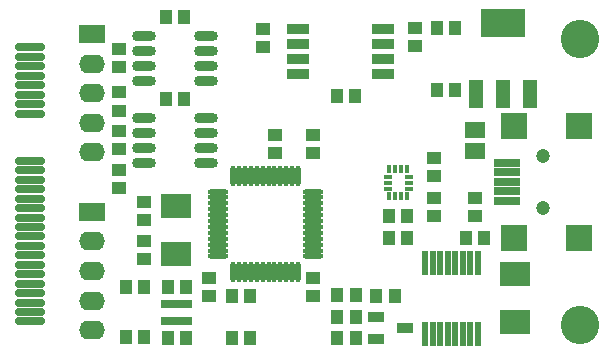
<source format=gbs>
G04*
G04 #@! TF.GenerationSoftware,Altium Limited,Altium Designer,19.0.4 (130)*
G04*
G04 Layer_Color=16711935*
%FSLAX25Y25*%
%MOIN*%
G70*
G01*
G75*
G04:AMPARAMS|DCode=24|XSize=23.62mil|YSize=100.39mil|CornerRadius=0mil|HoleSize=0mil|Usage=FLASHONLY|Rotation=270.000|XOffset=0mil|YOffset=0mil|HoleType=Round|Shape=Octagon|*
%AMOCTAGOND24*
4,1,8,0.05020,0.00591,0.05020,-0.00591,0.04429,-0.01181,-0.04429,-0.01181,-0.05020,-0.00591,-0.05020,0.00591,-0.04429,0.01181,0.04429,0.01181,0.05020,0.00591,0.0*
%
%ADD24OCTAGOND24*%

%ADD27R,0.04658X0.04461*%
%ADD29R,0.04461X0.04658*%
%ADD35R,0.08674X0.06312*%
%ADD36O,0.08674X0.06312*%
%ADD37C,0.04737*%
%ADD38C,0.12800*%
%ADD73R,0.02400X0.07900*%
%ADD74R,0.05721X0.03556*%
%ADD75R,0.10249X0.08280*%
%ADD76R,0.07296X0.03359*%
%ADD77R,0.06587X0.05367*%
%ADD78O,0.07887X0.03556*%
%ADD79R,0.01784X0.02670*%
%ADD80R,0.02670X0.01784*%
%ADD81R,0.02572X0.02572*%
%ADD82R,0.08674X0.08674*%
%ADD83R,0.08800X0.08674*%
%ADD84R,0.08674X0.02847*%
%ADD85R,0.04737X0.09461*%
%ADD86R,0.14580X0.09461*%
%ADD87O,0.01784X0.06902*%
%ADD88O,0.06902X0.01784*%
%ADD89R,0.10249X0.08280*%
D24*
X5622Y81897D02*
D03*
Y103953D02*
D03*
Y100802D02*
D03*
Y97651D02*
D03*
Y94500D02*
D03*
Y91349D02*
D03*
Y88198D02*
D03*
Y85047D02*
D03*
Y66158D02*
D03*
Y12614D02*
D03*
Y44111D02*
D03*
Y47260D02*
D03*
Y50410D02*
D03*
Y53560D02*
D03*
Y56709D02*
D03*
Y59859D02*
D03*
Y63009D02*
D03*
Y40961D02*
D03*
Y18914D02*
D03*
Y22063D02*
D03*
Y25213D02*
D03*
Y28363D02*
D03*
Y31512D02*
D03*
Y34662D02*
D03*
Y37811D02*
D03*
Y15764D02*
D03*
D27*
X153937Y53898D02*
D03*
Y47835D02*
D03*
X140284Y47835D02*
D03*
Y53898D02*
D03*
X35339Y82906D02*
D03*
Y88968D02*
D03*
Y76118D02*
D03*
Y70055D02*
D03*
Y103425D02*
D03*
Y97362D02*
D03*
X140284Y60953D02*
D03*
Y67016D02*
D03*
X43638Y39441D02*
D03*
Y33378D02*
D03*
X87275Y68717D02*
D03*
Y74779D02*
D03*
X100126Y21150D02*
D03*
Y27213D02*
D03*
Y68803D02*
D03*
Y74866D02*
D03*
X65323Y27213D02*
D03*
Y21150D02*
D03*
X43638Y52559D02*
D03*
Y46496D02*
D03*
X35339Y63268D02*
D03*
Y57205D02*
D03*
X83528Y110205D02*
D03*
Y104142D02*
D03*
X134065Y110386D02*
D03*
Y104323D02*
D03*
D29*
X79063Y21150D02*
D03*
X73000D02*
D03*
X73000Y7228D02*
D03*
X79063D02*
D03*
X150906Y40291D02*
D03*
X156968D02*
D03*
X114268Y21283D02*
D03*
X108205D02*
D03*
X121189Y21150D02*
D03*
X127252D02*
D03*
X108205Y7228D02*
D03*
X114268D02*
D03*
X114268Y14256D02*
D03*
X108205D02*
D03*
X131535Y40480D02*
D03*
X125472D02*
D03*
X131535Y47921D02*
D03*
X125472D02*
D03*
X51047Y114047D02*
D03*
X57110D02*
D03*
X51047Y86740D02*
D03*
X57110D02*
D03*
X57646Y24094D02*
D03*
X51583D02*
D03*
X43724D02*
D03*
X37661D02*
D03*
X43724Y7496D02*
D03*
X37661D02*
D03*
X57646Y7228D02*
D03*
X51583D02*
D03*
X147512Y89850D02*
D03*
X141449D02*
D03*
X147512Y110299D02*
D03*
X141449D02*
D03*
X114134Y87811D02*
D03*
X108071D02*
D03*
D35*
X26236Y49134D02*
D03*
Y108362D02*
D03*
D36*
Y39291D02*
D03*
Y29449D02*
D03*
Y19606D02*
D03*
Y9764D02*
D03*
Y98520D02*
D03*
Y88677D02*
D03*
Y78835D02*
D03*
Y68992D02*
D03*
D37*
X176803Y50504D02*
D03*
Y67827D02*
D03*
D38*
X189163Y106650D02*
D03*
X189124Y11372D02*
D03*
D73*
X155057Y32157D02*
D03*
X152557D02*
D03*
X150057D02*
D03*
X147557D02*
D03*
X145057D02*
D03*
X142557D02*
D03*
X140057D02*
D03*
X137557D02*
D03*
Y8535D02*
D03*
X140057D02*
D03*
X142557D02*
D03*
X145057D02*
D03*
X147557D02*
D03*
X150057D02*
D03*
X152557D02*
D03*
X155057D02*
D03*
D74*
X121039Y6701D02*
D03*
Y14181D02*
D03*
X130882Y10441D02*
D03*
D75*
X167271Y28528D02*
D03*
Y12386D02*
D03*
D76*
X95063Y109996D02*
D03*
Y104996D02*
D03*
Y99996D02*
D03*
Y94996D02*
D03*
X123409D02*
D03*
Y99996D02*
D03*
Y104996D02*
D03*
Y109996D02*
D03*
D77*
X154205Y76308D02*
D03*
Y69300D02*
D03*
D78*
X43843Y92894D02*
D03*
Y97894D02*
D03*
Y102894D02*
D03*
Y107894D02*
D03*
X64315Y92894D02*
D03*
Y97894D02*
D03*
Y102894D02*
D03*
Y107894D02*
D03*
X43843Y65587D02*
D03*
Y70587D02*
D03*
Y75586D02*
D03*
Y80586D02*
D03*
X64315Y65587D02*
D03*
Y70587D02*
D03*
Y75586D02*
D03*
Y80586D02*
D03*
D79*
X125551Y63474D02*
D03*
X127520D02*
D03*
X129488D02*
D03*
X131457D02*
D03*
Y54321D02*
D03*
X129488D02*
D03*
X127520D02*
D03*
X125551D02*
D03*
D80*
X132097Y60866D02*
D03*
Y58898D02*
D03*
Y56929D02*
D03*
X124911D02*
D03*
Y58898D02*
D03*
Y60866D02*
D03*
D81*
X50641Y18587D02*
D03*
X53200D02*
D03*
X55759D02*
D03*
X58318D02*
D03*
Y12878D02*
D03*
X55759D02*
D03*
X53200D02*
D03*
X50641D02*
D03*
D82*
X167023Y77850D02*
D03*
X188614D02*
D03*
D83*
X166960Y40480D02*
D03*
X188614D02*
D03*
D84*
X164844Y55965D02*
D03*
Y59165D02*
D03*
Y62365D02*
D03*
Y65565D02*
D03*
Y52765D02*
D03*
D85*
X172362Y88583D02*
D03*
X163307D02*
D03*
X154252D02*
D03*
D86*
X163307Y112205D02*
D03*
D87*
X73416Y29263D02*
D03*
X75384D02*
D03*
X77353D02*
D03*
X79321D02*
D03*
X81290D02*
D03*
X83258D02*
D03*
X85227D02*
D03*
X87195D02*
D03*
X89164D02*
D03*
X91132D02*
D03*
X93101D02*
D03*
X95069D02*
D03*
Y60956D02*
D03*
X93101D02*
D03*
X91132D02*
D03*
X89164D02*
D03*
X87195D02*
D03*
X85227D02*
D03*
X83258D02*
D03*
X81290D02*
D03*
X79321D02*
D03*
X77353D02*
D03*
X75384D02*
D03*
X73416D02*
D03*
D88*
X100089Y34283D02*
D03*
Y36251D02*
D03*
Y38220D02*
D03*
Y40188D02*
D03*
Y42157D02*
D03*
Y44125D02*
D03*
Y46094D02*
D03*
Y48062D02*
D03*
Y50031D02*
D03*
Y51999D02*
D03*
Y53968D02*
D03*
Y55936D02*
D03*
X68396D02*
D03*
Y53968D02*
D03*
Y51999D02*
D03*
Y50031D02*
D03*
Y48062D02*
D03*
Y46094D02*
D03*
Y44125D02*
D03*
Y42157D02*
D03*
Y40188D02*
D03*
Y38220D02*
D03*
Y36251D02*
D03*
Y34283D02*
D03*
D89*
X54347Y35032D02*
D03*
Y51173D02*
D03*
M02*

</source>
